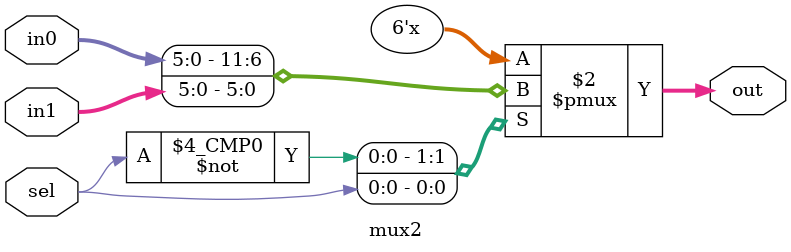
<source format=v>
/*
* Aidan Good
* mux2.v
* impliment a 2-input mux switch
*/

module mux2(
    input [5:0] in0,
    input [5:0] in1,
    input sel,
    output reg [5:0] out);

    always @(*) begin
        case(sel)
            1'b0: out = in0;
            1'b1: out = in1;
        endcase
    end
endmodule

</source>
